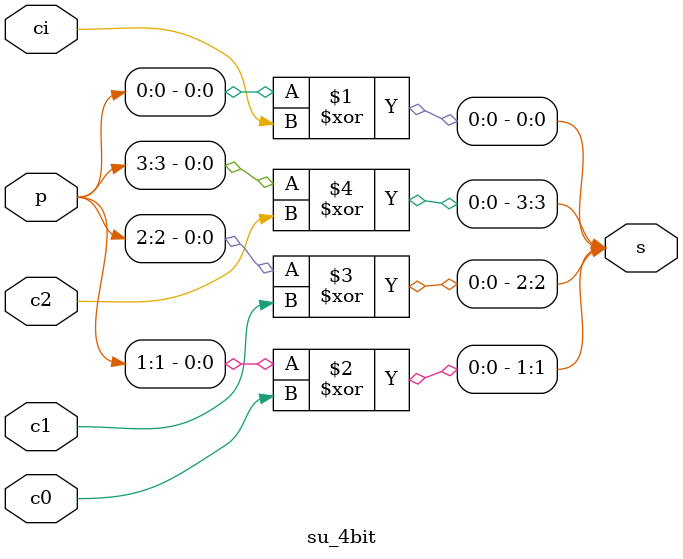
<source format=v>
module su_4bit
(
	input [3:0] p, 
	input c2, c1, c0, ci,
	output [3:0] s	
);
assign s[0] = p[0] ^ ci;
assign s[1] = p[1] ^ c0;
assign s[2] = p[2] ^ c1;
assign s[3] = p[3] ^ c2;
//assign s = p ^ c;
endmodule
</source>
